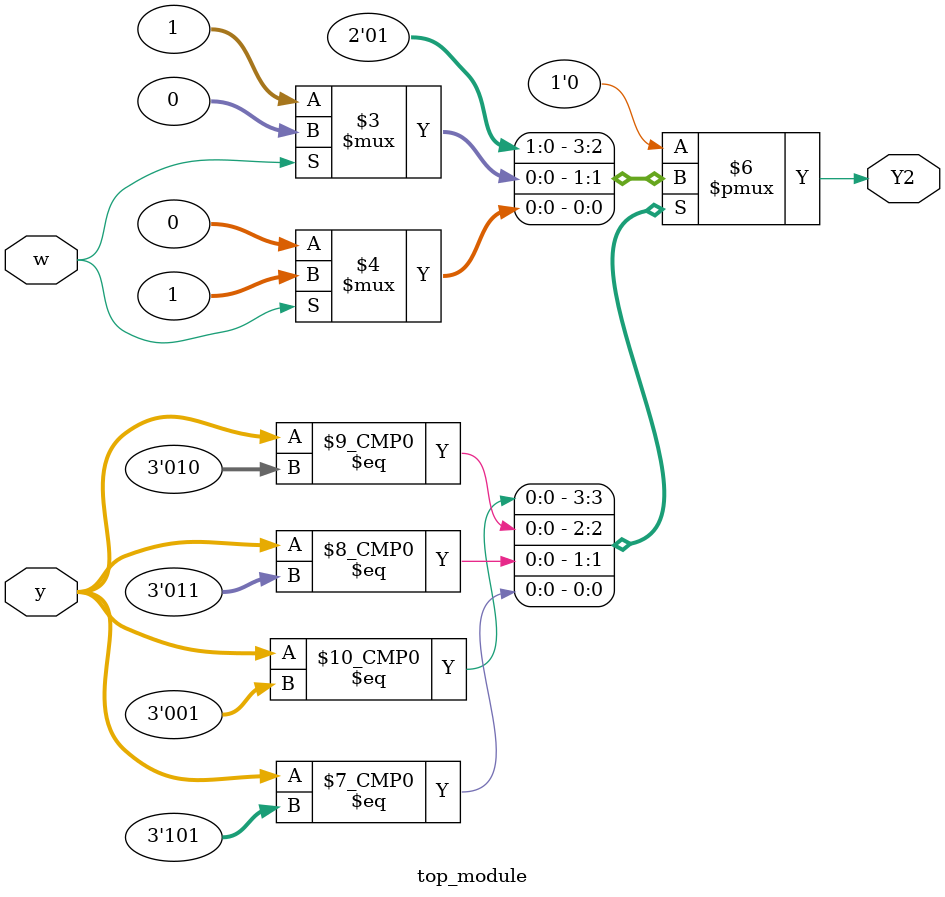
<source format=sv>
module top_module(
    input [3:1] y,
    input w,
    output reg Y2);

    always @(*) begin
        case (y)
            3'b000: Y2 = 0; // State A
            3'b001: Y2 = w ? 0 : 0; // State B
            3'b010: Y2 = 1; // State C
            3'b011: Y2 = w ? 0 : 1; // State D
            3'b100: Y2 = 0; // State E
            3'b101: Y2 = w ? 1 : 0; // State F
            default: Y2 = 0;
        endcase
    end
endmodule

</source>
